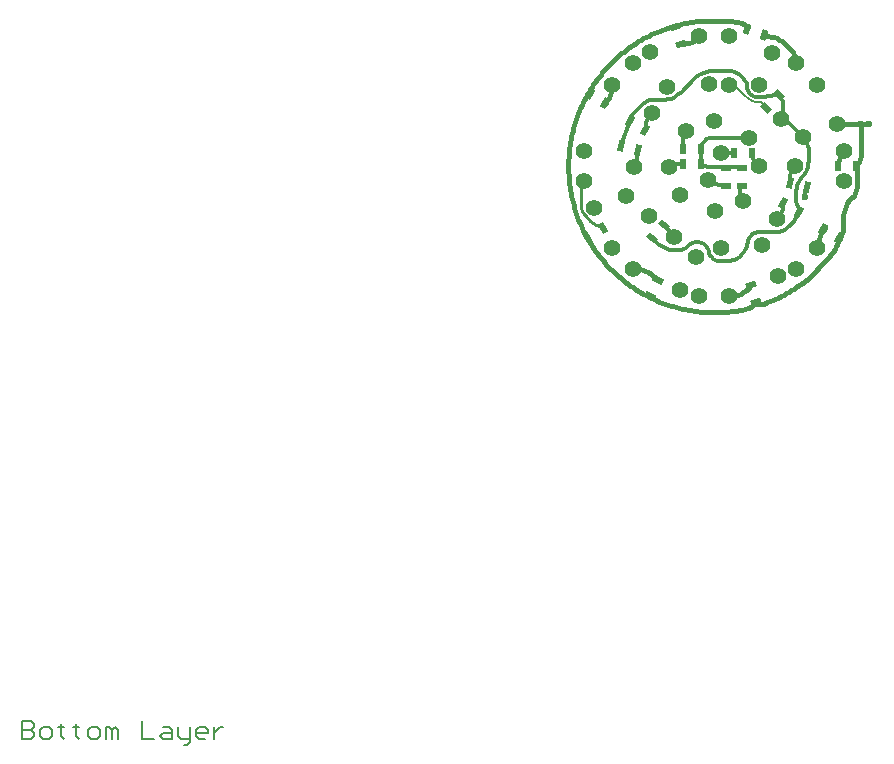
<source format=gbl>
G04*
G04 #@! TF.GenerationSoftware,Altium Limited,Altium Designer,20.2.4 (192)*
G04*
G04 Layer_Physical_Order=2*
G04 Layer_Color=16711680*
%FSLAX44Y44*%
%MOMM*%
G71*
G04*
G04 #@! TF.SameCoordinates,0F43FF0A-D758-409E-903F-A1448CC310CE*
G04*
G04*
G04 #@! TF.FilePolarity,Positive*
G04*
G01*
G75*
%ADD10C,0.2000*%
%ADD13C,0.2032*%
%ADD20C,0.4000*%
%ADD23C,1.4000*%
%ADD24C,0.6000*%
%ADD25C,0.3000*%
%ADD26C,0.2500*%
%ADD27R,0.9000X0.5000*%
%ADD28R,0.5000X0.9000*%
G04:AMPARAMS|DCode=29|XSize=0.5mm|YSize=0.9mm|CornerRadius=0mm|HoleSize=0mm|Usage=FLASHONLY|Rotation=160.000|XOffset=0mm|YOffset=0mm|HoleType=Round|Shape=Rectangle|*
%AMROTATEDRECTD29*
4,1,4,0.3888,0.3374,0.0810,-0.5084,-0.3888,-0.3374,-0.0810,0.5084,0.3888,0.3374,0.0*
%
%ADD29ROTATEDRECTD29*%

G04:AMPARAMS|DCode=30|XSize=0.5mm|YSize=0.9mm|CornerRadius=0mm|HoleSize=0mm|Usage=FLASHONLY|Rotation=110.000|XOffset=0mm|YOffset=0mm|HoleType=Round|Shape=Rectangle|*
%AMROTATEDRECTD30*
4,1,4,0.5084,-0.0810,-0.3374,-0.3888,-0.5084,0.0810,0.3374,0.3888,0.5084,-0.0810,0.0*
%
%ADD30ROTATEDRECTD30*%

G04:AMPARAMS|DCode=31|XSize=0.5mm|YSize=0.9mm|CornerRadius=0mm|HoleSize=0mm|Usage=FLASHONLY|Rotation=150.000|XOffset=0mm|YOffset=0mm|HoleType=Round|Shape=Rectangle|*
%AMROTATEDRECTD31*
4,1,4,0.4415,0.2647,-0.0085,-0.5147,-0.4415,-0.2647,0.0085,0.5147,0.4415,0.2647,0.0*
%
%ADD31ROTATEDRECTD31*%

G04:AMPARAMS|DCode=32|XSize=0.5mm|YSize=0.9mm|CornerRadius=0mm|HoleSize=0mm|Usage=FLASHONLY|Rotation=210.000|XOffset=0mm|YOffset=0mm|HoleType=Round|Shape=Rectangle|*
%AMROTATEDRECTD32*
4,1,4,-0.0085,0.5147,0.4415,-0.2647,0.0085,-0.5147,-0.4415,0.2647,-0.0085,0.5147,0.0*
%
%ADD32ROTATEDRECTD32*%

G04:AMPARAMS|DCode=33|XSize=0.5mm|YSize=0.9mm|CornerRadius=0mm|HoleSize=0mm|Usage=FLASHONLY|Rotation=243.500|XOffset=0mm|YOffset=0mm|HoleType=Round|Shape=Rectangle|*
%AMROTATEDRECTD33*
4,1,4,-0.2912,0.4245,0.5143,0.0229,0.2912,-0.4245,-0.5143,-0.0229,-0.2912,0.4245,0.0*
%
%ADD33ROTATEDRECTD33*%

G04:AMPARAMS|DCode=34|XSize=0.5mm|YSize=0.9mm|CornerRadius=0mm|HoleSize=0mm|Usage=FLASHONLY|Rotation=287.000|XOffset=0mm|YOffset=0mm|HoleType=Round|Shape=Rectangle|*
%AMROTATEDRECTD34*
4,1,4,-0.5034,0.1075,0.3573,0.3706,0.5034,-0.1075,-0.3573,-0.3706,-0.5034,0.1075,0.0*
%
%ADD34ROTATEDRECTD34*%

G04:AMPARAMS|DCode=35|XSize=0.5mm|YSize=0.9mm|CornerRadius=0mm|HoleSize=0mm|Usage=FLASHONLY|Rotation=45.350|XOffset=0mm|YOffset=0mm|HoleType=Round|Shape=Rectangle|*
%AMROTATEDRECTD35*
4,1,4,0.1444,-0.4941,-0.4958,0.1384,-0.1444,0.4941,0.4958,-0.1384,0.1444,-0.4941,0.0*
%
%ADD35ROTATEDRECTD35*%

G04:AMPARAMS|DCode=36|XSize=0.5mm|YSize=0.9mm|CornerRadius=0mm|HoleSize=0mm|Usage=FLASHONLY|Rotation=165.000|XOffset=0mm|YOffset=0mm|HoleType=Round|Shape=Rectangle|*
%AMROTATEDRECTD36*
4,1,4,0.3580,0.3700,0.1250,-0.4994,-0.3580,-0.3700,-0.1250,0.4994,0.3580,0.3700,0.0*
%
%ADD36ROTATEDRECTD36*%

G04:AMPARAMS|DCode=37|XSize=0.5mm|YSize=0.9mm|CornerRadius=0mm|HoleSize=0mm|Usage=FLASHONLY|Rotation=150.141|XOffset=0mm|YOffset=0mm|HoleType=Round|Shape=Rectangle|*
%AMROTATEDRECTD37*
4,1,4,0.4409,0.2658,-0.0072,-0.5147,-0.4409,-0.2658,0.0072,0.5147,0.4409,0.2658,0.0*
%
%ADD37ROTATEDRECTD37*%

G04:AMPARAMS|DCode=38|XSize=0.5mm|YSize=0.9mm|CornerRadius=0mm|HoleSize=0mm|Usage=FLASHONLY|Rotation=165.117|XOffset=0mm|YOffset=0mm|HoleType=Round|Shape=Rectangle|*
%AMROTATEDRECTD38*
4,1,4,0.3572,0.3707,0.1260,-0.4991,-0.3572,-0.3707,-0.1260,0.4991,0.3572,0.3707,0.0*
%
%ADD38ROTATEDRECTD38*%

G04:AMPARAMS|DCode=39|XSize=0.5mm|YSize=0.9mm|CornerRadius=0mm|HoleSize=0mm|Usage=FLASHONLY|Rotation=229.000|XOffset=0mm|YOffset=0mm|HoleType=Round|Shape=Rectangle|*
%AMROTATEDRECTD39*
4,1,4,-0.1756,0.4839,0.5036,-0.1066,0.1756,-0.4839,-0.5036,0.1066,-0.1756,0.4839,0.0*
%
%ADD39ROTATEDRECTD39*%

G54D10*
X39105Y54020D02*
X38855Y54123D01*
X39107Y54019D02*
X39105Y54020D01*
X32155Y54822D02*
X34968Y54123D01*
X30716Y55885D02*
X32155Y54822D01*
X19915Y65085D02*
X17614Y66850D01*
X14935Y67959D01*
X12059Y68338D01*
X39107Y54019D02*
X43760Y49366D01*
X39105Y54020D02*
X39107Y54019D01*
X34968Y54123D02*
X38855D01*
X29344Y56881D02*
X30716Y55885D01*
X19915Y65085D02*
X24867Y60133D01*
X29344Y56881D01*
G54D13*
X-585802Y-469392D02*
Y-484627D01*
X-578184D01*
X-575645Y-482088D01*
Y-479549D01*
X-578184Y-477010D01*
X-585802D01*
X-578184D01*
X-575645Y-474470D01*
Y-471931D01*
X-578184Y-469392D01*
X-585802D01*
X-568028Y-484627D02*
X-562949D01*
X-560410Y-482088D01*
Y-477010D01*
X-562949Y-474470D01*
X-568028D01*
X-570567Y-477010D01*
Y-482088D01*
X-568028Y-484627D01*
X-552793Y-471931D02*
Y-474470D01*
X-555332D01*
X-550253D01*
X-552793D01*
Y-482088D01*
X-550253Y-484627D01*
X-540097Y-471931D02*
Y-474470D01*
X-542636D01*
X-537557D01*
X-540097D01*
Y-482088D01*
X-537557Y-484627D01*
X-527401D02*
X-522322D01*
X-519783Y-482088D01*
Y-477010D01*
X-522322Y-474470D01*
X-527401D01*
X-529940Y-477010D01*
Y-482088D01*
X-527401Y-484627D01*
X-514705D02*
Y-474470D01*
X-512166D01*
X-509627Y-477010D01*
Y-484627D01*
Y-477010D01*
X-507087Y-474470D01*
X-504548Y-477010D01*
Y-484627D01*
X-484235Y-469392D02*
Y-484627D01*
X-474078D01*
X-466460Y-474470D02*
X-461382D01*
X-458843Y-477010D01*
Y-484627D01*
X-466460D01*
X-469000Y-482088D01*
X-466460Y-479549D01*
X-458843D01*
X-453765Y-474470D02*
Y-482088D01*
X-451225Y-484627D01*
X-443608D01*
Y-487166D01*
X-446147Y-489706D01*
X-448686D01*
X-443608Y-484627D02*
Y-474470D01*
X-430912Y-484627D02*
X-435990D01*
X-438530Y-482088D01*
Y-477010D01*
X-435990Y-474470D01*
X-430912D01*
X-428373Y-477010D01*
Y-479549D01*
X-438530D01*
X-423294Y-474470D02*
Y-484627D01*
Y-479549D01*
X-420755Y-477010D01*
X-418216Y-474470D01*
X-415677D01*
G54D20*
X121000Y1744D02*
X122287Y3815D01*
X123231Y6063D01*
X123806Y8433D01*
X124000Y10864D01*
X119500Y0D02*
X121000Y1744D01*
X109591Y12291D02*
X107820Y10217D01*
X106395Y7891D01*
X105351Y5371D01*
X104714Y2719D01*
X104500Y-0D01*
X130547Y35812D02*
X131000Y36000D01*
X116071Y-26929D02*
X117786Y-24921D01*
X119166Y-22669D01*
X120176Y-20230D01*
X120793Y-17662D01*
X121000Y-15029D01*
X116071Y-26929D02*
X114267Y-28948D01*
X112700Y-31156D01*
X111391Y-33525D01*
X110355Y-36026D01*
X109605Y-38628D01*
X109152Y-41297D01*
X109000Y-44000D01*
X104303Y-63303D02*
X105938Y-61390D01*
X107252Y-59244D01*
X108215Y-56920D01*
X108803Y-54473D01*
X109000Y-51965D01*
X103915Y-66693D02*
X104303Y-63303D01*
X96123Y-77877D02*
X96894Y-76916D01*
X95967Y-78033D02*
X95975Y-78025D01*
X77722Y-96249D02*
X78033Y-95967D01*
X33955Y-116500D02*
X34390Y-116075D01*
X40921Y-116500D02*
X42275Y-116264D01*
X29290Y-120018D02*
X31724Y-118394D01*
X33955Y-116500D01*
X28185Y-120458D02*
X29290Y-120018D01*
X-9944Y123311D02*
X-12774Y123050D01*
X-15597Y122724D01*
X-18412Y122333D01*
X16395Y-122620D02*
X18769Y-122279D01*
X21136Y-121892D01*
X23495Y-121460D01*
X25845Y-120982D01*
X28185Y-120458D01*
X6973Y-123515D02*
X9330Y-123359D01*
X11683Y-123158D01*
X14033Y-122913D01*
X16377Y-122622D01*
X-86991Y-87961D02*
X-85154Y-89740D01*
X-83281Y-91481D01*
X-81372Y-93182D01*
X-79429Y-94845D01*
X-77452Y-96466D01*
X-75441Y-98046D01*
X-73399Y-99585D01*
X-71325Y-101080D01*
X-69220Y-102533D01*
X-67086Y-103942D01*
X-64924Y-105306D01*
X-62733Y-106626D01*
X-60516Y-107899D01*
X-58273Y-109127D01*
X-56005Y-110308D01*
X-53713Y-111442D01*
X-51398Y-112529D01*
X-49061Y-113567D01*
X-46704Y-114557D01*
X-44326Y-115498D01*
X-41929Y-116389D01*
X-39515Y-117231D01*
X-37083Y-118022D01*
X-34636Y-118764D01*
X-32174Y-119454D01*
X-29698Y-120094D01*
X-27209Y-120682D01*
X-24709Y-121219D01*
X-22198Y-121703D01*
X-19678Y-122136D01*
X-17149Y-122517D01*
X-14613Y-122845D01*
X-12071Y-123121D01*
X-9524Y-123344D01*
X-6973Y-123515D01*
X-108558Y-59327D02*
X-107351Y-61483D01*
X-106101Y-63616D01*
X-104809Y-65723D01*
X-103475Y-67804D01*
X-102100Y-69858D01*
X-100684Y-71884D01*
X-99227Y-73881D01*
X-97732Y-75849D01*
X-96197Y-77786D01*
X-94623Y-79693D01*
X-93012Y-81567D01*
X-91364Y-83409D01*
X-89679Y-85218D01*
X-87959Y-86992D01*
X12700Y-110000D02*
X15142Y-109863D01*
X17554Y-109453D01*
X19904Y-108776D01*
X22164Y-107840D01*
X24305Y-106657D01*
X26300Y-105241D01*
X28124Y-103611D01*
X-65975Y-87040D02*
X-67712Y-86980D01*
X-49752Y-94420D02*
X-51682Y-92677D01*
X-53781Y-91142D01*
X-56025Y-89829D01*
X-58392Y-88752D01*
X-60857Y-87923D01*
X-63394Y-87350D01*
X-65975Y-87040D01*
X-28331Y103405D02*
X-25889Y103542D01*
X-23477Y103952D01*
X-21126Y104629D01*
X-18866Y105565D01*
X-16725Y106748D01*
X-14730Y108164D01*
X-12906Y109794D01*
X-18412Y122333D02*
X-20818Y121947D01*
X-23216Y121513D01*
X-25605Y121032D01*
X-27984Y120505D01*
X-30352Y119930D01*
X-32708Y119309D01*
X-35052Y118642D01*
X-37382Y117928D01*
X-39698Y117169D01*
X-41998Y116364D01*
X60935Y102810D02*
X59088Y104484D01*
X57086Y105969D01*
X54948Y107251D01*
X52694Y108316D01*
X50347Y109156D01*
X47929Y109762D01*
X45464Y110128D01*
X42974Y110250D01*
X22573Y121634D02*
X20096Y122068D01*
X17611Y122451D01*
X15119Y122784D01*
X12620Y123066D01*
X10116Y123297D01*
X28505Y117750D02*
X26214Y119703D01*
X23643Y121270D01*
X22573Y121634D01*
X-123711Y-6D02*
X-123684Y-2584D01*
X-123604Y-5160D01*
X-123469Y-7734D01*
X-123281Y-10305D01*
X-123040Y-12872D01*
X-122745Y-15433D01*
X-122397Y-17987D01*
X-121995Y-20533D01*
X-121541Y-23071D01*
X-121034Y-25598D01*
X-120474Y-28114D01*
X-119862Y-30619D01*
X-119198Y-33109D01*
X-118483Y-35586D01*
X-117715Y-38047D01*
X-116897Y-40491D01*
X-116028Y-42918D01*
X-115109Y-45326D01*
X-114139Y-47715D01*
X-113120Y-50083D01*
X-112052Y-52429D01*
X-110935Y-54752D01*
X-109770Y-57052D01*
X-108558Y-59327D01*
X-100932Y71534D02*
X-102381Y69445D01*
X-103787Y67326D01*
X-105148Y65179D01*
X-106466Y63004D01*
X-107738Y60803D01*
X-108965Y58576D01*
X-110146Y56324D01*
X-111280Y54048D01*
X-112367Y51750D01*
X-113407Y49429D01*
X-114399Y47088D01*
X-115343Y44727D01*
X-116238Y42347D01*
X-117084Y39949D01*
X-117880Y37534D01*
X-118626Y35103D01*
X-119323Y32658D01*
X-119969Y30199D01*
X-120564Y27727D01*
X-121108Y25243D01*
X-121602Y22749D01*
X-122044Y20245D01*
X-122434Y17732D01*
X-122772Y15212D01*
X-123059Y12686D01*
X-123294Y10154D01*
X-123476Y7618D01*
X-123607Y5078D01*
X-123685Y2537D01*
X-123711Y-6D01*
X69020Y86980D02*
X68860Y89421D01*
X68383Y91820D01*
X67596Y94136D01*
X66515Y96329D01*
X65156Y98363D01*
X63543Y100202D01*
X-93697Y51697D02*
X-91983Y53614D01*
X-90495Y55711D01*
X-89251Y57962D01*
X-88267Y60338D01*
X-87555Y62809D01*
X-87124Y65344D01*
X-86980Y67912D01*
X93697Y-52697D02*
X91983Y-54614D01*
X90495Y-56711D01*
X89251Y-58962D01*
X88267Y-61338D01*
X87555Y-63809D01*
X87124Y-66344D01*
X86980Y-68912D01*
X103362Y-67977D02*
X103915Y-66693D01*
X96894Y-76916D02*
X98585Y-74736D01*
X100227Y-72519D01*
X101820Y-70265D01*
X103362Y-67977D01*
X42276Y-116264D02*
X44668Y-115366D01*
X47042Y-114418D01*
X49395Y-113422D01*
X51728Y-112377D01*
X54038Y-111285D01*
X56326Y-110145D01*
X58589Y-108958D01*
X60827Y-107724D01*
X63040Y-106445D01*
X65225Y-105120D01*
X67383Y-103750D01*
X69512Y-102336D01*
X71611Y-100878D01*
X73679Y-99377D01*
X75717Y-97834D01*
X77722Y-96249D01*
X-39316Y117297D02*
X-41695Y116473D01*
X-44056Y115601D01*
X-46399Y114680D01*
X-48723Y113713D01*
X-51027Y112698D01*
X-53309Y111636D01*
X-55570Y110528D01*
X-57807Y109375D01*
X-60021Y108176D01*
X-62209Y106932D01*
X-64372Y105644D01*
X-66508Y104312D01*
X-68617Y102938D01*
X-70698Y101520D01*
X-72749Y100061D01*
X-74770Y98560D01*
X-76760Y97018D01*
X-78718Y95436D01*
X-80643Y93814D01*
X-82535Y92154D01*
X-84394Y90456D01*
X-86217Y88720D01*
X-88004Y86947D01*
X-89755Y85138D01*
X-91469Y83294D01*
X-93145Y81416D01*
X-94782Y79504D01*
X-96380Y77559D01*
X-97938Y75582D01*
X-99456Y73573D01*
X-100932Y71534D01*
X124000Y10864D02*
Y36000D01*
X121000Y-15029D02*
Y1744D01*
X104194Y36000D02*
X124000D01*
X104007Y35812D02*
X104194Y36000D01*
X109591Y12291D02*
X110000Y12700D01*
Y14500D01*
X127544Y35812D02*
X130547D01*
X109000Y-51965D02*
Y-44000D01*
X96123Y-77877D02*
X96123Y-77877D01*
X95975Y-78025D02*
X96123Y-77877D01*
X78033Y-95967D02*
X95967Y-78033D01*
X34390Y-116075D02*
X35231Y-115235D01*
X40921Y-116500D02*
X40921D01*
X35231D02*
X40921D01*
X33955Y-116500D02*
X35231Y-116500D01*
X28185Y-120458D02*
X28185Y-120458D01*
X-9944Y123311D02*
X-9944D01*
X9768D01*
X-6973Y-123515D02*
X6973D01*
X-87959Y-86992D02*
X-86991Y-87961D01*
X28124Y-103611D02*
X30845Y-100890D01*
X-49752Y-94420D02*
X-47966Y-96205D01*
X-69020Y-86980D02*
X-67712D01*
X-12906Y109794D02*
X-12700Y110000D01*
X60935Y102810D02*
X63543Y100202D01*
X41495Y110250D02*
X42974D01*
X-86980Y67912D02*
Y69020D01*
X86980Y-69020D02*
Y-68912D01*
G54D23*
X24247Y-29485D02*
D03*
X379Y-38173D02*
D03*
X110000Y12700D02*
D03*
Y-12700D02*
D03*
X86980Y69020D02*
D03*
X69020Y86980D02*
D03*
X-12700Y110000D02*
D03*
X12700D02*
D03*
X-69020Y86980D02*
D03*
X-86980Y69020D02*
D03*
X-110000Y-12700D02*
D03*
Y12700D02*
D03*
X-86980Y-69020D02*
D03*
X-69020Y-86980D02*
D03*
X12700Y-110000D02*
D03*
X-12700D02*
D03*
X69020Y-86980D02*
D03*
X86980Y-69020D02*
D03*
X74685Y24860D02*
D03*
X68111Y326D02*
D03*
X37459Y68338D02*
D03*
X12059D02*
D03*
X-52989Y44750D02*
D03*
X-40289Y66747D02*
D03*
X-74685Y-24860D02*
D03*
X-68111Y-325D02*
D03*
X-34048Y-59676D02*
D03*
X-15471Y-76999D02*
D03*
X40289Y-66747D02*
D03*
X52989Y-44750D02*
D03*
X29485Y24248D02*
D03*
X38172Y380D02*
D03*
X-379Y38173D02*
D03*
X-24247Y29485D02*
D03*
X-38172Y-380D02*
D03*
X-29485Y-24248D02*
D03*
X5367Y11510D02*
D03*
X-5367Y-11510D02*
D03*
X-4883Y69829D02*
D03*
X6000Y-69000D02*
D03*
X-55000Y-42000D02*
D03*
X56000Y40000D02*
D03*
X54000Y-93000D02*
D03*
X-29000Y-105000D02*
D03*
X-102000Y-35000D02*
D03*
X-54659Y96609D02*
D03*
X104007Y35812D02*
D03*
X49000Y96000D02*
D03*
G54D24*
X124000Y36000D02*
D03*
X131000D02*
D03*
X76814Y-25702D02*
D03*
G54D25*
X69000Y-27697D02*
X69232Y-30053D01*
X69919Y-32318D01*
X71035Y-34406D01*
X72537Y-36236D01*
X70345Y-42114D02*
X70461Y-41924D01*
X75985Y-7185D02*
X77188Y-5095D01*
X78188Y-2900D01*
X78976Y-620D01*
X79543Y1724D01*
X79886Y4112D01*
X80000Y6521D01*
X75985Y-7185D02*
X74202Y-9179D01*
X72655Y-11360D01*
X71361Y-13701D01*
X70338Y-16171D01*
X69598Y-18741D01*
X69150Y-21377D01*
X69000Y-24047D01*
X80000Y12029D02*
X79845Y14397D01*
X79382Y16724D01*
X78619Y18972D01*
X77570Y21100D01*
X76251Y23074D01*
X74687Y24858D01*
X37459Y58338D02*
X40092Y58427D01*
X42713Y58693D01*
X45309Y59137D01*
X47870Y59755D01*
X50383Y60544D01*
X52837Y61502D01*
X27470Y68801D02*
X27707Y66127D01*
X28646Y63612D01*
X30221Y61438D01*
X32317Y59761D01*
X34784Y58702D01*
X37444Y58338D01*
X67038Y-46962D02*
X67408Y-46510D01*
X67032Y-46968D02*
X67038Y-46962D01*
X52176Y-56000D02*
X54916Y-55730D01*
X57551Y-54932D01*
X59980Y-53635D01*
X62110Y-51890D01*
X37002Y-56000D02*
X34301Y-56415D01*
X31849Y-57621D01*
X30733Y-58738D02*
X29167Y-60866D01*
X28307Y-63363D01*
X28164Y-64938D02*
X28307Y-63363D01*
X28001Y-65913D02*
X28164Y-64938D01*
X24136Y74649D02*
X24023Y74763D01*
X21372Y77414D02*
X19281Y78737D01*
X17005Y79708D01*
X14603Y80301D01*
X12136Y80500D01*
X-1000D02*
X-3568Y80356D01*
X-6104Y79925D01*
X-8575Y79213D01*
X-10951Y78229D01*
X-13202Y76985D01*
X-15300Y75496D01*
X-17218Y73783D01*
X-3986Y24248D02*
X-7000Y23000D01*
X-8318Y21682D02*
X-8319Y21681D01*
X-10045Y19431D01*
X-11130Y16811D01*
X-11500Y14000D01*
Y2000D02*
X-9732Y644D01*
X-7674Y-209D01*
X-5465Y-500D01*
X-44000Y56000D02*
X-41567Y56137D01*
X-39165Y56545D01*
X-36824Y57219D01*
X-34573Y58152D01*
X-32440Y59330D01*
X-30453Y60740D01*
X-28636Y62364D01*
X-52957Y56000D02*
X-55578Y55655D01*
X-58020Y54644D01*
X-60118Y53036D01*
X-71242Y40455D02*
X-71366Y39873D01*
X-71368Y39859D02*
X-71528Y38011D01*
X-4557Y-72035D02*
X-5446Y-69743D01*
X-6927Y-67782D01*
X23330Y-74670D02*
X24973Y-72765D01*
X26317Y-70639D01*
X27334Y-68338D01*
X28001Y-65913D01*
X-4322Y-73882D02*
X-4557Y-72035D01*
X-8521Y-66188D02*
X-10888Y-64607D01*
X-13680Y-64051D01*
X-16091Y-64289D01*
X-18408Y-64992D01*
X-20544Y-66133D01*
X-22417Y-67670D01*
X-31124Y-71277D02*
X-28176Y-70918D01*
X13000Y-80000D02*
X15355Y-79768D01*
X17619Y-79081D01*
X19706Y-77966D01*
X21535Y-76464D01*
X-1016Y-78627D02*
X2304Y-80000D01*
X-4322Y-73882D02*
X-3585Y-75691D01*
X-2399Y-77244D01*
X-49729Y-63837D02*
X-47603Y-65738D01*
X-45276Y-67387D01*
X-42779Y-68766D01*
X-40144Y-69856D01*
X-37411Y-70642D01*
X-34608Y-71118D01*
X-31769Y-71277D01*
X27470Y68801D02*
X27205Y70180D01*
X62110Y-51890D02*
X62118Y-51882D01*
X-1020Y-78623D02*
X-1016Y-78627D01*
X-28176Y-70918D02*
X-26069Y-70191D01*
X-24128Y-69096D01*
X-22417Y-67670D01*
X-60118Y53036D02*
X-60121Y53033D01*
X78244Y-17941D02*
X77186Y-19526D01*
X76814Y-21394D01*
X5367Y11510D02*
X6599Y11000D01*
X68111Y326D02*
X66596Y-1449D01*
X65376Y-3438D01*
X64483Y-5594D01*
X63939Y-7863D01*
X63755Y-10189D01*
X52989Y-44750D02*
X54613Y-42898D01*
X55982Y-40849D01*
X57071Y-38640D01*
X57863Y-36308D01*
X58344Y-33892D01*
X58505Y-31434D01*
X-43192Y-49905D02*
X-43697Y-49697D01*
X-43191Y-49906D02*
X-43192Y-49905D01*
X-52989Y44750D02*
X-54579Y42936D01*
X-55919Y40931D01*
X-56986Y38768D01*
X-57761Y36484D01*
X-58232Y34119D01*
X-58390Y31712D01*
X-68111Y-325D02*
X-66368Y2284D01*
X-65756Y5361D01*
X-24247Y29485D02*
X-25914Y26990D01*
X-26500Y24046D01*
X-32425Y2000D02*
X-34529Y1723D01*
X-36489Y911D01*
X-38172Y-380D01*
X-5367Y-11510D02*
X-3303Y-13204D01*
X-948Y-14463D01*
X1608Y-15238D01*
X4265Y-15500D01*
X22000Y-24061D02*
X22584Y-26997D01*
X24247Y-29485D01*
X31500Y11000D02*
X31825Y8533D01*
X32777Y6235D01*
X34292Y4261D01*
X27205Y70180D02*
X25865Y72548D01*
X24136Y74649D01*
X69000Y-27680D02*
Y-24047D01*
X71495Y-38750D02*
X71828Y-37946D01*
X72537Y-36236D01*
X69000Y-27697D02*
X69000Y-27680D01*
X67409Y-46507D02*
X70345Y-42114D01*
X67408Y-46510D02*
X67409Y-46507D01*
X70461Y-41924D02*
X71073Y-40840D01*
X80000Y6521D02*
Y12029D01*
X52837Y61502D02*
X53358Y60981D01*
X62904Y36641D02*
X74685Y24860D01*
X74687Y24858D01*
X57856Y40768D02*
Y55030D01*
X37444Y58338D02*
X37459Y58338D01*
X62118Y-51882D02*
X67032Y-46968D01*
X37002Y-56000D02*
X52176D01*
X30733Y-58738D02*
X31849Y-57621D01*
X21372Y77414D02*
X24023Y74763D01*
X-1000Y80500D02*
X12136D01*
X-3986Y24248D02*
X29485D01*
X-5465Y-500D02*
X22000D01*
X-8318Y21682D02*
X-7000Y23000D01*
X-8319Y21681D02*
X-8318Y21682D01*
X-28636Y62364D02*
X-17218Y73783D01*
X-52957Y56000D02*
X-44000D01*
X-71242Y40455D02*
X-69114Y44039D01*
X-71368Y39859D02*
X-71366Y39873D01*
X-11500Y2000D02*
Y14000D01*
X-79084Y17897D02*
X-71528Y38011D01*
X-8521Y-66188D02*
X-6927Y-67782D01*
X21536Y-76464D02*
X23330Y-74670D01*
X2304Y-80000D02*
X13000D01*
X-2399Y-77244D02*
X-1020Y-78623D01*
X-52813Y-60754D02*
X-49729Y-63837D01*
X-31769Y-71277D02*
X-31124D01*
X54302Y58584D02*
Y60037D01*
X-69114Y44039D02*
X-60121Y53033D01*
X-79084Y17517D02*
Y17897D01*
X54302Y58584D02*
X57856Y55030D01*
X76814Y-25702D02*
Y-21394D01*
X62336Y36641D02*
X62904D01*
X58316Y40660D02*
X62336Y36641D01*
X6599Y11000D02*
X16500D01*
X63755Y-14059D02*
Y-10189D01*
X58505Y-31434D02*
Y-31250D01*
X-43191Y-49906D02*
X-33740Y-59357D01*
X-43192Y-49905D02*
X-43191Y-49906D01*
X-59505Y31250D02*
X-58390Y31712D01*
X-65756Y5361D02*
Y14059D01*
X-26500Y14000D02*
Y24046D01*
X-32425Y2000D02*
X-26500D01*
X4265Y-15500D02*
X9000D01*
X22000Y-24061D02*
Y-15500D01*
X34292Y4261D02*
X38172Y380D01*
G54D26*
X-104974Y-46526D02*
X-102879Y-48245D01*
X-100489Y-49522D01*
X-97896Y-50308D01*
X-95199Y-50574D01*
X-113000Y-33000D02*
X-112745Y-35591D01*
X-111989Y-38081D01*
X-110762Y-40377D01*
X-109111Y-42389D01*
X-110000Y-12700D02*
X-111628Y-14821D01*
X-112651Y-17292D01*
X-113000Y-19943D01*
X-109111Y-42389D02*
X-104989Y-46511D01*
X-94597Y-52027D02*
X-94505Y-52250D01*
X-95199Y-50574D02*
X-94597Y-52027D01*
X-104989Y-46511D02*
X-104974Y-46526D01*
X-113000Y-33000D02*
Y-19943D01*
G54D27*
X23000Y-16500D02*
D03*
Y-1500D02*
D03*
X10000Y-16500D02*
D03*
Y-1500D02*
D03*
G54D28*
X104500Y-0D02*
D03*
X119500Y0D02*
D03*
X-26500Y2000D02*
D03*
X-11500D02*
D03*
X16500Y11000D02*
D03*
X31500D02*
D03*
X-26367Y14598D02*
D03*
X-11367D02*
D03*
G54D29*
X42048Y111435D02*
D03*
X27952Y116565D02*
D03*
G54D30*
X-28331Y103405D02*
D03*
X-33461Y117500D02*
D03*
G54D31*
X-92505Y53250D02*
D03*
X-105495Y60750D02*
D03*
X92232Y-53250D02*
D03*
X105222Y-60750D02*
D03*
X58505Y-31250D02*
D03*
X71495Y-38750D02*
D03*
G54D32*
X-94505Y-52250D02*
D03*
X-107495Y-59750D02*
D03*
G54D33*
X-47966Y-96205D02*
D03*
X-54660Y-109629D02*
D03*
G54D34*
X30845Y-100890D02*
D03*
X35231Y-115235D02*
D03*
G54D35*
X43760Y49366D02*
D03*
X54302Y60037D02*
D03*
G54D36*
X78244Y-17941D02*
D03*
X63755Y-14059D02*
D03*
G54D37*
X-58519Y30543D02*
D03*
X-71528Y38011D02*
D03*
G54D38*
X-64587Y13664D02*
D03*
X-79084Y17517D02*
D03*
G54D39*
X-42972Y-49433D02*
D03*
X-52813Y-60754D02*
D03*
M02*

</source>
